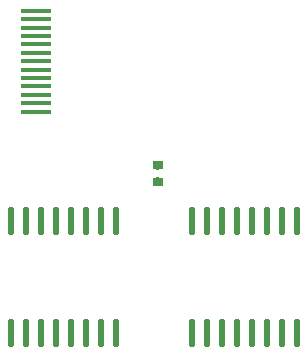
<source format=gtp>
G04*
G04 #@! TF.GenerationSoftware,Altium Limited,Altium Designer,20.2.6 (244)*
G04*
G04 Layer_Color=8421504*
%FSLAX25Y25*%
%MOIN*%
G70*
G04*
G04 #@! TF.SameCoordinates,AC53DD8C-A68E-409E-BB1C-E70DDFC25F91*
G04*
G04*
G04 #@! TF.FilePolarity,Positive*
G04*
G01*
G75*
%ADD13R,0.10000X0.01600*%
%ADD14O,0.02260X0.09451*%
%ADD15R,0.03543X0.03150*%
G36*
X433544Y326760D02*
X432456D01*
X431299Y325174D01*
Y324009D01*
X431551Y323757D01*
X434449D01*
X434701Y324009D01*
Y325174D01*
X433544Y326760D01*
D02*
G37*
G36*
Y329240D02*
X432456D01*
X431299Y330826D01*
Y331991D01*
X431551Y332243D01*
X434449D01*
X434701Y331991D01*
Y330826D01*
X433544Y329240D01*
D02*
G37*
D13*
X392500Y382300D02*
D03*
Y379500D02*
D03*
Y376700D02*
D03*
Y373900D02*
D03*
Y371100D02*
D03*
Y368300D02*
D03*
Y365500D02*
D03*
Y362700D02*
D03*
Y359900D02*
D03*
Y357100D02*
D03*
Y348700D02*
D03*
Y354300D02*
D03*
Y351500D02*
D03*
D14*
X419000Y312202D02*
D03*
X414000D02*
D03*
X409000D02*
D03*
X404000D02*
D03*
X399000D02*
D03*
X394000D02*
D03*
X389000D02*
D03*
X384000D02*
D03*
X419000Y274798D02*
D03*
X414000D02*
D03*
X409000D02*
D03*
X404000D02*
D03*
X399000D02*
D03*
X394000D02*
D03*
X389000D02*
D03*
X384000D02*
D03*
X479532Y312202D02*
D03*
X474532D02*
D03*
X469532D02*
D03*
X464532D02*
D03*
X459532D02*
D03*
X454532D02*
D03*
X449532D02*
D03*
X444532D02*
D03*
X479532Y274798D02*
D03*
X474532D02*
D03*
X469532D02*
D03*
X464532D02*
D03*
X459532D02*
D03*
X454532D02*
D03*
X449532D02*
D03*
X444532D02*
D03*
D15*
X433000Y325244D02*
D03*
Y330755D02*
D03*
M02*

</source>
